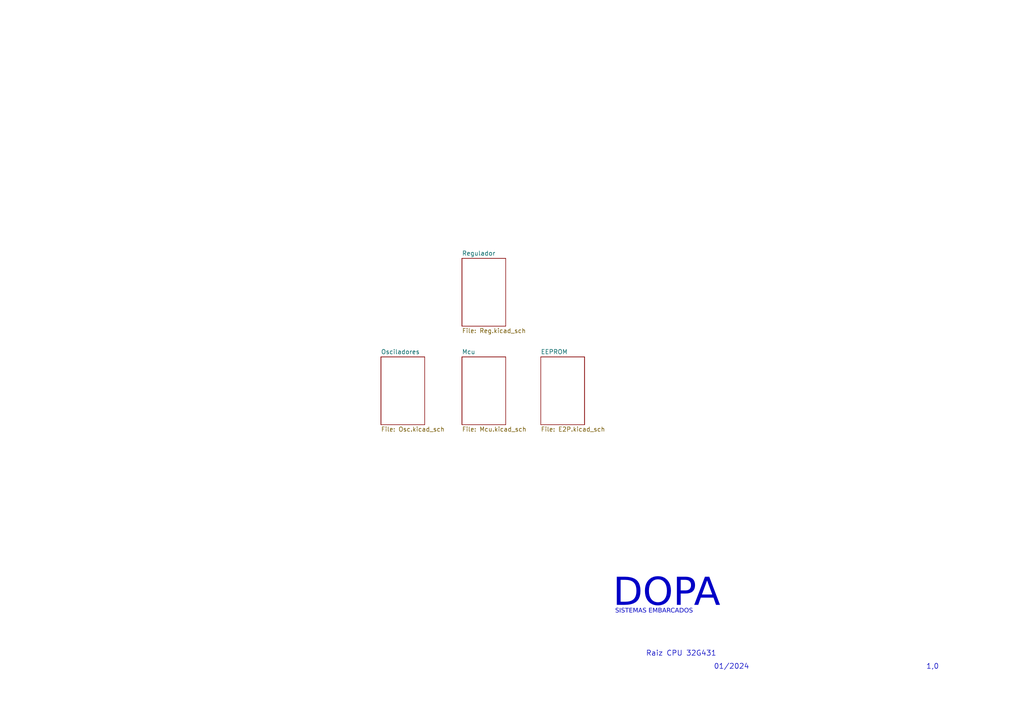
<source format=kicad_sch>
(kicad_sch (version 20230121) (generator eeschema)

  (uuid 4e4d72d5-dbdc-4a76-9ce2-f5a97f8267d2)

  (paper "A4")

  (lib_symbols
  )


  (text "DOPA" (at 177.8 179.07 0)
    (effects (font (face "Sitka") (size 8 8)) (justify left bottom))
    (uuid 0c65399c-c70e-4c1c-804f-9c605d277ca6)
  )
  (text "Raiz CPU 32G431" (at 187.325 190.5 0)
    (effects (font (size 1.5 1.5)) (justify left bottom))
    (uuid 63610fb2-138d-4ce8-86bf-d3e576b55539)
  )
  (text "01/2024" (at 207.01 194.31 0)
    (effects (font (size 1.5 1.5)) (justify left bottom))
    (uuid 6e5db169-211b-48b0-9d1d-46cec252a727)
  )
  (text "1,0" (at 268.605 194.31 0)
    (effects (font (size 1.5 1.5)) (justify left bottom))
    (uuid aec329a1-9620-4b66-a108-64b806074f58)
  )
  (text "SISTEMAS EMBARCADOS" (at 178.435 178.435 0)
    (effects (font (face "Sitka") (size 1.3 1.3)) (justify left bottom))
    (uuid bfcfbe9a-c484-4d4a-97d6-5a6828546a0a)
  )

  (sheet (at 156.845 103.505) (size 12.7 19.685) (fields_autoplaced)
    (stroke (width 0.1524) (type solid))
    (fill (color 0 0 0 0.0000))
    (uuid 0597d64a-05e7-4109-81f0-978aa3e72d76)
    (property "Sheetname" "EEPROM" (at 156.845 102.7934 0)
      (effects (font (size 1.27 1.27)) (justify left bottom))
    )
    (property "Sheetfile" "E2P.kicad_sch" (at 156.845 123.7746 0)
      (effects (font (size 1.27 1.27)) (justify left top))
    )
    (instances
      (project "CPU Stm32"
        (path "/0882ad57-6d26-4cfc-9dea-dd977232d729" (page "4"))
      )
      (project "CPU Stm32G431"
        (path "/4e4d72d5-dbdc-4a76-9ce2-f5a97f8267d2" (page "4"))
      )
    )
  )

  (sheet (at 133.985 74.93) (size 12.7 19.685) (fields_autoplaced)
    (stroke (width 0.1524) (type solid))
    (fill (color 0 0 0 0.0000))
    (uuid 3c7c638d-6e79-4a01-8651-6cf753228f77)
    (property "Sheetname" "Regulador" (at 133.985 74.2184 0)
      (effects (font (size 1.27 1.27)) (justify left bottom))
    )
    (property "Sheetfile" "Reg.kicad_sch" (at 133.985 95.1996 0)
      (effects (font (size 1.27 1.27)) (justify left top))
    )
    (instances
      (project "CPU Stm32"
        (path "/0882ad57-6d26-4cfc-9dea-dd977232d729" (page "5"))
      )
      (project "CPU Stm32G431"
        (path "/4e4d72d5-dbdc-4a76-9ce2-f5a97f8267d2" (page "5"))
      )
    )
  )

  (sheet (at 110.49 103.505) (size 12.7 19.685) (fields_autoplaced)
    (stroke (width 0.1524) (type solid))
    (fill (color 0 0 0 0.0000))
    (uuid a7484047-0327-4646-bb8d-d79b1e2bada5)
    (property "Sheetname" "Osciladores" (at 110.49 102.7934 0)
      (effects (font (size 1.27 1.27)) (justify left bottom))
    )
    (property "Sheetfile" "Osc.kicad_sch" (at 110.49 123.7746 0)
      (effects (font (size 1.27 1.27)) (justify left top))
    )
    (instances
      (project "CPU Stm32"
        (path "/0882ad57-6d26-4cfc-9dea-dd977232d729" (page "3"))
      )
      (project "CPU Stm32G431"
        (path "/4e4d72d5-dbdc-4a76-9ce2-f5a97f8267d2" (page "3"))
      )
    )
  )

  (sheet (at 133.985 103.505) (size 12.7 19.685) (fields_autoplaced)
    (stroke (width 0.1524) (type solid))
    (fill (color 0 0 0 0.0000))
    (uuid c276e359-996b-43e7-b0a0-b77cdf843b15)
    (property "Sheetname" "Mcu" (at 133.985 102.7934 0)
      (effects (font (size 1.27 1.27)) (justify left bottom))
    )
    (property "Sheetfile" "Mcu.kicad_sch" (at 133.985 123.7746 0)
      (effects (font (size 1.27 1.27)) (justify left top))
    )
    (instances
      (project "CPU Stm32"
        (path "/0882ad57-6d26-4cfc-9dea-dd977232d729" (page "2"))
      )
      (project "CPU Stm32G431"
        (path "/4e4d72d5-dbdc-4a76-9ce2-f5a97f8267d2" (page "2"))
      )
    )
  )

  (sheet_instances
    (path "/" (page "1"))
  )
)

</source>
